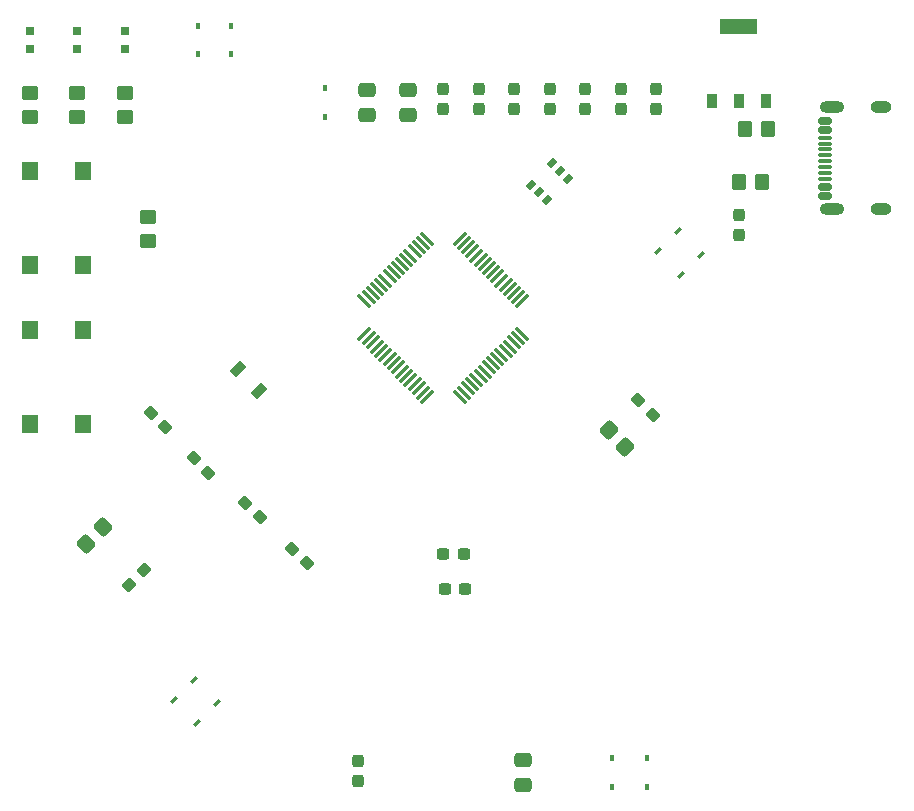
<source format=gbr>
%TF.GenerationSoftware,KiCad,Pcbnew,9.0.0*%
%TF.CreationDate,2025-03-24T18:02:28-05:00*%
%TF.ProjectId,Project 2.0,50726f6a-6563-4742-9032-2e302e6b6963,rev?*%
%TF.SameCoordinates,Original*%
%TF.FileFunction,Paste,Top*%
%TF.FilePolarity,Positive*%
%FSLAX46Y46*%
G04 Gerber Fmt 4.6, Leading zero omitted, Abs format (unit mm)*
G04 Created by KiCad (PCBNEW 9.0.0) date 2025-03-24 18:02:28*
%MOMM*%
%LPD*%
G01*
G04 APERTURE LIST*
G04 Aperture macros list*
%AMRoundRect*
0 Rectangle with rounded corners*
0 $1 Rounding radius*
0 $2 $3 $4 $5 $6 $7 $8 $9 X,Y pos of 4 corners*
0 Add a 4 corners polygon primitive as box body*
4,1,4,$2,$3,$4,$5,$6,$7,$8,$9,$2,$3,0*
0 Add four circle primitives for the rounded corners*
1,1,$1+$1,$2,$3*
1,1,$1+$1,$4,$5*
1,1,$1+$1,$6,$7*
1,1,$1+$1,$8,$9*
0 Add four rect primitives between the rounded corners*
20,1,$1+$1,$2,$3,$4,$5,0*
20,1,$1+$1,$4,$5,$6,$7,0*
20,1,$1+$1,$6,$7,$8,$9,0*
20,1,$1+$1,$8,$9,$2,$3,0*%
%AMRotRect*
0 Rectangle, with rotation*
0 The origin of the aperture is its center*
0 $1 length*
0 $2 width*
0 $3 Rotation angle, in degrees counterclockwise*
0 Add horizontal line*
21,1,$1,$2,0,0,$3*%
G04 Aperture macros list end*
%ADD10C,0.000000*%
%ADD11RoundRect,0.237500X-0.237500X0.300000X-0.237500X-0.300000X0.237500X-0.300000X0.237500X0.300000X0*%
%ADD12RoundRect,0.237500X0.380070X-0.044194X-0.044194X0.380070X-0.380070X0.044194X0.044194X-0.380070X0*%
%ADD13RoundRect,0.250000X0.450000X-0.350000X0.450000X0.350000X-0.450000X0.350000X-0.450000X-0.350000X0*%
%ADD14RoundRect,0.150000X0.425000X-0.150000X0.425000X0.150000X-0.425000X0.150000X-0.425000X-0.150000X0*%
%ADD15RoundRect,0.075000X0.500000X-0.075000X0.500000X0.075000X-0.500000X0.075000X-0.500000X-0.075000X0*%
%ADD16O,2.100000X1.000000*%
%ADD17O,1.800000X1.000000*%
%ADD18RoundRect,0.237500X-0.300000X-0.237500X0.300000X-0.237500X0.300000X0.237500X-0.300000X0.237500X0*%
%ADD19R,1.400048X1.549908*%
%ADD20RoundRect,0.250000X-0.475000X0.337500X-0.475000X-0.337500X0.475000X-0.337500X0.475000X0.337500X0*%
%ADD21RoundRect,0.250000X0.350000X0.450000X-0.350000X0.450000X-0.350000X-0.450000X0.350000X-0.450000X0*%
%ADD22RotRect,0.600700X0.355600X45.000000*%
%ADD23RotRect,0.774700X0.508000X225.000000*%
%ADD24RoundRect,0.250000X0.475000X-0.337500X0.475000X0.337500X-0.475000X0.337500X-0.475000X-0.337500X0*%
%ADD25RoundRect,0.237500X-0.380070X0.044194X0.044194X-0.380070X0.380070X-0.044194X-0.044194X0.380070X0*%
%ADD26R,0.355600X0.600700*%
%ADD27R,0.863600X1.295400*%
%ADD28RotRect,0.762000X1.244600X315.000000*%
%ADD29RotRect,1.500000X0.300000X45.000000*%
%ADD30RotRect,0.300000X1.500000X45.000000*%
%ADD31R,0.787400X0.787400*%
%ADD32RotRect,0.600700X0.355600X225.000000*%
%ADD33RoundRect,0.237500X-0.044194X-0.380070X0.380070X0.044194X0.044194X0.380070X-0.380070X-0.044194X0*%
%ADD34RoundRect,0.250000X0.070711X-0.565685X0.565685X-0.070711X-0.070711X0.565685X-0.565685X0.070711X0*%
%ADD35RoundRect,0.250000X-0.565685X-0.070711X-0.070711X-0.565685X0.565685X0.070711X0.070711X0.565685X0*%
G04 APERTURE END LIST*
D10*
%TO.C,CR1*%
G36*
X173428175Y-82083708D02*
G01*
X170278575Y-82083708D01*
X170278575Y-80788308D01*
X173428175Y-80788308D01*
X173428175Y-82083708D01*
G37*
%TD*%
D11*
%TO.C,C2*%
X161853375Y-86723107D03*
X161853375Y-88448109D03*
%TD*%
D12*
%TO.C,C9*%
X123284078Y-115360267D03*
X122064318Y-114140507D03*
%TD*%
D11*
%TO.C,C13*%
X171853375Y-97360606D03*
X171853375Y-99085608D03*
%TD*%
D13*
%TO.C,R8*%
X111853375Y-89085608D03*
X111853375Y-87085608D03*
%TD*%
D11*
%TO.C,C4*%
X152853375Y-86723107D03*
X152853375Y-88448109D03*
%TD*%
D13*
%TO.C,R2*%
X121853375Y-99585608D03*
X121853375Y-97585608D03*
%TD*%
D14*
%TO.C,J11*%
X179173375Y-95785608D03*
X179173375Y-94985608D03*
D15*
X179173376Y-93835608D03*
X179173375Y-92835608D03*
X179173375Y-92335608D03*
X179173376Y-91335608D03*
D14*
X179173375Y-90185608D03*
X179173375Y-89385608D03*
X179173375Y-89385608D03*
X179173375Y-90185608D03*
D15*
X179173375Y-90835608D03*
X179173375Y-91835608D03*
X179173375Y-93335608D03*
X179173375Y-94335608D03*
D14*
X179173375Y-94985608D03*
X179173375Y-95785608D03*
D16*
X179748375Y-96905608D03*
D17*
X183928375Y-96905608D03*
D16*
X179748375Y-88265608D03*
D17*
X183928375Y-88265608D03*
%TD*%
D18*
%TO.C,C15*%
X146990875Y-129085608D03*
X148715875Y-129085608D03*
%TD*%
D19*
%TO.C,SW2*%
X111853373Y-101585608D03*
X116353375Y-101585608D03*
X111853373Y-93635612D03*
X116353375Y-93635612D03*
%TD*%
D20*
%TO.C,C20*%
X140353376Y-86818108D03*
X140353376Y-88893108D03*
%TD*%
D11*
%TO.C,C5*%
X155853375Y-86723107D03*
X155853375Y-88448109D03*
%TD*%
D21*
%TO.C,R5*%
X174353375Y-90085608D03*
X172353375Y-90085608D03*
%TD*%
D11*
%TO.C,C1*%
X146853375Y-86723107D03*
X146853375Y-88448109D03*
%TD*%
D22*
%TO.C,CR5*%
X167003397Y-102435586D03*
X168703353Y-100735630D03*
%TD*%
D23*
%TO.C,U2*%
X157418663Y-94363825D03*
X156746910Y-93692073D03*
X156075158Y-93020320D03*
X154288087Y-94807391D03*
X154959840Y-95479143D03*
X155631592Y-96150896D03*
%TD*%
D20*
%TO.C,C14*%
X143853376Y-86818108D03*
X143853376Y-88893108D03*
%TD*%
D24*
%TO.C,C19*%
X153598375Y-145623108D03*
X153598375Y-143548108D03*
%TD*%
D25*
%TO.C,C10*%
X125743495Y-117975728D03*
X126963255Y-119195488D03*
%TD*%
D26*
%TO.C,CR16*%
X164098375Y-143383558D03*
X164098375Y-145787658D03*
%TD*%
D27*
%TO.C,CR1*%
X169553375Y-87735208D03*
X171853375Y-87735209D03*
X174153375Y-87735208D03*
%TD*%
D26*
%TO.C,CR14*%
X128853375Y-83787658D03*
X128853375Y-81383558D03*
%TD*%
D13*
%TO.C,R6*%
X119853375Y-89085608D03*
X119853375Y-87085608D03*
%TD*%
D28*
%TO.C,XTAL1*%
X129455349Y-110462241D03*
X131251401Y-112258293D03*
%TD*%
D29*
%TO.C,U1*%
X140171216Y-107464466D03*
X140524769Y-107818020D03*
X140878323Y-108171573D03*
X141231876Y-108525126D03*
X141585429Y-108878680D03*
X141938983Y-109232233D03*
X142292536Y-109585787D03*
X142646090Y-109939340D03*
X142999643Y-110292893D03*
X143353196Y-110646447D03*
X143706750Y-111000000D03*
X144060303Y-111353554D03*
X144413857Y-111707107D03*
X144767410Y-112060660D03*
X145120963Y-112414214D03*
X145474517Y-112767767D03*
D30*
X148232233Y-112767767D03*
X148585787Y-112414214D03*
X148939340Y-112060660D03*
X149292893Y-111707107D03*
X149646447Y-111353554D03*
X150000000Y-111000000D03*
X150353554Y-110646447D03*
X150707107Y-110292893D03*
X151060660Y-109939340D03*
X151414214Y-109585787D03*
X151767767Y-109232233D03*
X152121321Y-108878680D03*
X152474874Y-108525126D03*
X152828427Y-108171573D03*
X153181981Y-107818020D03*
X153535534Y-107464466D03*
D29*
X153535534Y-104706750D03*
X153181981Y-104353196D03*
X152828427Y-103999643D03*
X152474874Y-103646090D03*
X152121321Y-103292536D03*
X151767767Y-102938983D03*
X151414214Y-102585429D03*
X151060660Y-102231876D03*
X150707107Y-101878323D03*
X150353554Y-101524769D03*
X150000000Y-101171216D03*
X149646447Y-100817662D03*
X149292893Y-100464109D03*
X148939340Y-100110556D03*
X148585787Y-99757002D03*
X148232233Y-99403449D03*
D30*
X145474517Y-99403449D03*
X145120963Y-99757002D03*
X144767410Y-100110556D03*
X144413857Y-100464109D03*
X144060303Y-100817662D03*
X143706750Y-101171216D03*
X143353196Y-101524769D03*
X142999643Y-101878323D03*
X142646090Y-102231876D03*
X142292536Y-102585429D03*
X141938983Y-102938983D03*
X141585429Y-103292536D03*
X141231876Y-103646090D03*
X140878323Y-103999643D03*
X140524769Y-104353196D03*
X140171216Y-104706750D03*
%TD*%
D11*
%TO.C,C6*%
X149853376Y-86723107D03*
X149853376Y-88448109D03*
%TD*%
D19*
%TO.C,SW1*%
X111853373Y-115085608D03*
X116353375Y-115085608D03*
X111853373Y-107135612D03*
X116353375Y-107135612D03*
%TD*%
D18*
%TO.C,C16*%
X146853375Y-126085608D03*
X148578375Y-126085608D03*
%TD*%
D31*
%TO.C,LED2*%
X115853375Y-81836308D03*
X115853375Y-83334908D03*
%TD*%
D32*
%TO.C,CR4*%
X127703353Y-138735630D03*
X126003397Y-140435586D03*
%TD*%
%TO.C,CR3*%
X125703353Y-136735630D03*
X124003397Y-138435586D03*
%TD*%
D13*
%TO.C,R7*%
X115853375Y-89085608D03*
X115853375Y-87085608D03*
%TD*%
D25*
%TO.C,C11*%
X130064318Y-121750386D03*
X131284078Y-122970146D03*
%TD*%
D22*
%TO.C,CR6*%
X165003397Y-100435586D03*
X166703353Y-98735630D03*
%TD*%
D21*
%TO.C,R4*%
X173853375Y-94585608D03*
X171853375Y-94585608D03*
%TD*%
D26*
%TO.C,CR13*%
X126100775Y-83787658D03*
X126100775Y-81383558D03*
%TD*%
D11*
%TO.C,C3*%
X158853376Y-86723107D03*
X158853376Y-88448109D03*
%TD*%
D33*
%TO.C,C8*%
X120243495Y-128695488D03*
X121463255Y-127475728D03*
%TD*%
D26*
%TO.C,CR2*%
X136853376Y-86653558D03*
X136853376Y-89057658D03*
%TD*%
D12*
%TO.C,C17*%
X164560482Y-114292715D03*
X163340722Y-113072955D03*
%TD*%
D31*
%TO.C,LED1*%
X119853375Y-81836308D03*
X119853375Y-83334908D03*
%TD*%
D11*
%TO.C,C7*%
X164853375Y-86723107D03*
X164853375Y-88448109D03*
%TD*%
D26*
%TO.C,CR18*%
X161098375Y-143383558D03*
X161098375Y-145787658D03*
%TD*%
D11*
%TO.C,C18*%
X139598375Y-143585608D03*
X139598375Y-145310610D03*
%TD*%
D25*
%TO.C,C12*%
X134064317Y-125640507D03*
X135284077Y-126860267D03*
%TD*%
D34*
%TO.C,R3*%
X116610735Y-125257182D03*
X118024949Y-123842968D03*
%TD*%
D31*
%TO.C,LED3*%
X111853375Y-81836308D03*
X111853375Y-83334908D03*
%TD*%
D35*
%TO.C,R1*%
X160853375Y-115585608D03*
X162267589Y-116999822D03*
%TD*%
M02*

</source>
